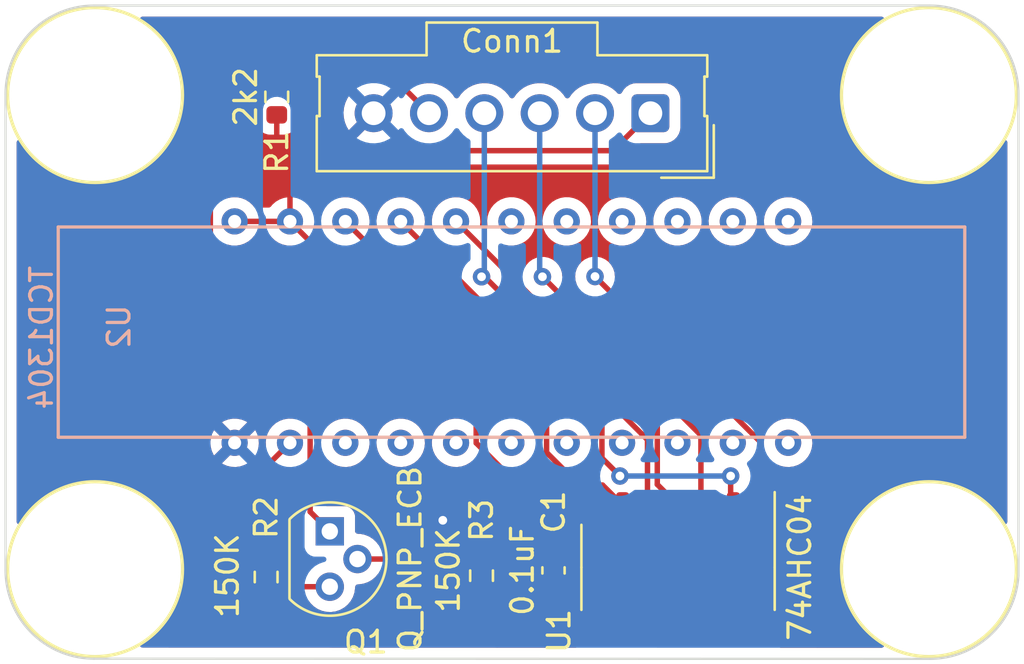
<source format=kicad_pcb>
(kicad_pcb (version 20211014) (generator pcbnew)
  (layers (0 "F.Cu" signal) (31 "B.Cu" signal) (34 "B.Paste" user) (35 "F.Paste" user) (36 "B.SilkS" user "B.Silkscreen") (37 "F.SilkS" user "F.Silkscreen") (38 "B.Mask" user) (39 "F.Mask" user) (44 "Edge.Cuts" user))
  (net 0 "")
  (net 1 "GND")
  (net 2 "+3V3")
  (net 3 "Net-(Conn1-Pad2)")
  (net 4 "Net-(Conn1-Pad3)")
  (net 5 "Net-(Conn1-Pad4)")
  (net 6 "Net-(Conn1-Pad5)")
  (net 7 "Net-(Q1-Pad2)")
  (net 8 "Net-(Q1-Pad3)")
  (net 9 "Net-(R2-Pad1)")
  (net 10 "Net-(U1-Pad2)")
  (net 11 "Net-(U1-Pad4)")
  (net 12 "Net-(U1-Pad6)")
  (footprint "MRDT_Drill_Holes:4_40_Hole_Corner" (layer "F.Cu") (at 93.4607 71.6393 180)
    (fp_text reference "H2" hide)
    (fp_text value "MountingHole" hide)
    (fp_circle (center 4.00812 -4.00812) (end 4.00812 0.00508) (layer "F.SilkS") (width 0.15) (fill none))
    (pad "" np_thru_hole circle locked (at 4.00812 -4.00812 180) (size 2.9464 2.9464) (drill 2.9464) (layers *.Cu *.Mask) (clearance 2.5))
  )
  (footprint "Resistor_SMD:R_0603_1608Metric" (layer "F.Cu") (at 97.79 53.975 -90)
    (fp_text reference "R1" (at 2.54 0 90) (layer "F.SilkS"))
    (fp_text value "2k2" (at 0 1.43 90) (layer "F.SilkS"))
    (fp_line (start -0.237258 0.5225) (end 0.237258 0.5225) (layer "F.SilkS") (width 0.12))
    (fp_line (start -0.237258 -0.5225) (end 0.237258 -0.5225) (layer "F.SilkS") (width 0.12))
    (pad "1" smd roundrect (at -0.825 0 270) (size 0.8 0.95) (layers "F.Cu" "F.Paste" "F.Mask") (net 6 "Net-(Conn1-Pad5)"))
    (pad "2" smd roundrect (at 0.825 0 270) (size 0.8 0.95) (layers "F.Cu" "F.Paste" "F.Mask") (net 2 "+3V3"))
  )
  (footprint "Resistor_SMD:R_0603_1608Metric" (layer "F.Cu") (at 107.188 75.946 90)
    (fp_text reference "R3" (at 2.54 0 90) (layer "F.SilkS"))
    (fp_text value "150K" (at 0.237258 -1.524 90) (layer "F.SilkS"))
    (fp_line (start -0.237258 -0.5225) (end 0.237258 -0.5225) (layer "F.SilkS") (width 0.12))
    (fp_line (start -0.237258 0.5225) (end 0.237258 0.5225) (layer "F.SilkS") (width 0.12))
    (pad "1" smd roundrect (at -0.825 0 90) (size 0.8 0.95) (layers "F.Cu" "F.Paste" "F.Mask") (net 7 "Net-(Q1-Pad2)"))
    (pad "2" smd roundrect (at 0.825 0 90) (size 0.8 0.95) (layers "F.Cu" "F.Paste" "F.Mask") (net 1 "GND"))
  )
  (footprint "Package_TO_SOT_THT:TO-92" (layer "F.Cu") (at 100.224 73.914 -90)
    (fp_text reference "Q1" (at 5.08 -1.651) (layer "F.SilkS"))
    (fp_text value "Q_PNP_ECB" (at 1.27 -3.683 90) (layer "F.SilkS"))
    (fp_line (start -0.53 1.85) (end 3.07 1.85) (layer "F.SilkS") (width 0.12))
    (fp_arc (start -0.568478 1.838478) (mid -1.132087 -0.994977) (end 1.27 -2.6) (layer "F.SilkS") (width 0.12))
    (fp_arc (start 1.27 -2.6) (mid 3.672087 -0.994977) (end 3.108478 1.838478) (layer "F.SilkS") (width 0.12))
    (pad "1" thru_hole rect (at 0 0 270) (size 1.3 1.3) (drill 0.75) (layers *.Cu *.Mask) (net 6 "Net-(Conn1-Pad5)"))
    (pad "2" thru_hole circle (at 1.27 -1.27 270) (size 1.3 1.3) (drill 0.75) (layers *.Cu *.Mask) (net 7 "Net-(Q1-Pad2)"))
    (pad "3" thru_hole circle (at 2.54 0 270) (size 1.3 1.3) (drill 0.75) (layers *.Cu *.Mask) (net 8 "Net-(Q1-Pad3)"))
  )
  (footprint "MRDT_Drill_Holes:4_40_Hole_Corner" (layer "F.Cu") (at 93.4607 57.9007 90)
    (fp_text reference "H4" hide)
    (fp_text value "MountingHole" hide)
    (fp_circle (center 4.00812 -4.00812) (end 4.00812 0.00508) (layer "F.SilkS") (width 0.15) (fill none))
    (pad "" np_thru_hole circle locked (at 4.00812 -4.00812 90) (size 2.9464 2.9464) (drill 2.9464) (layers *.Cu *.Mask) (clearance 2.5))
  )
  (footprint "MRDT_Drill_Holes:4_40_Hole_Corner" (layer "F.Cu") (at 123.7093 57.9007)
    (fp_text reference "H3" hide)
    (fp_text value "MountingHole" hide)
    (fp_circle (center 4.00812 -4.00812) (end 4.00812 0.00508) (layer "F.SilkS") (width 0.15) (fill none))
    (pad "" np_thru_hole circle locked (at 4.00812 -4.00812) (size 2.9464 2.9464) (drill 2.9464) (layers *.Cu *.Mask) (clearance 2.5))
  )
  (footprint "Capacitor_SMD:C_0603_1608Metric" (layer "F.Cu") (at 110.49 75.705 -90)
    (fp_text reference "C1" (at -2.68 0 90) (layer "F.SilkS"))
    (fp_text value "0.1uF" (at 0 1.43 90) (layer "F.SilkS"))
    (fp_line (start -0.14058 0.51) (end 0.14058 0.51) (layer "F.SilkS") (width 0.12))
    (fp_line (start -0.14058 -0.51) (end 0.14058 -0.51) (layer "F.SilkS") (width 0.12))
    (pad "1" smd roundrect (at -0.775 0 270) (size 0.9 0.95) (layers "F.Cu" "F.Paste" "F.Mask") (net 1 "GND"))
    (pad "2" smd roundrect (at 0.775 0 270) (size 0.9 0.95) (layers "F.Cu" "F.Paste" "F.Mask") (net 2 "+3V3"))
  )
  (footprint "Package_SO:SOIC-14_3.9x8.7mm_P1.27mm" (layer "F.Cu") (at 116.205 75.565 -90)
    (fp_text reference "U1" (at 2.921 5.461 -90) (layer "F.SilkS"))
    (fp_text value "74AHC04" (at 0 -5.588 90) (layer "F.SilkS"))
    (fp_line (start 0 -4.435) (end 1.95 -4.435) (layer "F.SilkS") (width 0.12))
    (fp_line (start 0 -4.435) (end -3.45 -4.435) (layer "F.SilkS") (width 0.12))
    (fp_line (start 0 4.435) (end -1.95 4.435) (layer "F.SilkS") (width 0.12))
    (fp_line (start 0 4.435) (end 1.95 4.435) (layer "F.SilkS") (width 0.12))
    (pad "1" smd roundrect (at -2.475 -3.81 270) (size 1.95 0.6) (layers "F.Cu" "F.Paste" "F.Mask") (net 3 "Net-(Conn1-Pad2)"))
    (pad "2" smd roundrect (at -2.475 -2.54 270) (size 1.95 0.6) (layers "F.Cu" "F.Paste" "F.Mask") (net 10 "Net-(U1-Pad2)"))
    (pad "3" smd roundrect (at -2.475 -1.27 270) (size 1.95 0.6) (layers "F.Cu" "F.Paste" "F.Mask") (net 4 "Net-(Conn1-Pad3)"))
    (pad "4" smd roundrect (at -2.475 0 270) (size 1.95 0.6) (layers "F.Cu" "F.Paste" "F.Mask") (net 11 "Net-(U1-Pad4)"))
    (pad "5" smd roundrect (at -2.475 1.27 270) (size 1.95 0.6) (layers "F.Cu" "F.Paste" "F.Mask") (net 5 "Net-(Conn1-Pad4)"))
    (pad "6" smd roundrect (at -2.475 2.54 270) (size 1.95 0.6) (layers "F.Cu" "F.Paste" "F.Mask") (net 12 "Net-(U1-Pad6)"))
    (pad "7" smd roundrect (at -2.475 3.81 270) (size 1.95 0.6) (layers "F.Cu" "F.Paste" "F.Mask") (net 1 "GND"))
    (pad "8" smd roundrect (at 2.475 3.81 270) (size 1.95 0.6) (layers "F.Cu" "F.Paste" "F.Mask"))
    (pad "9" smd roundrect (at 2.475 2.54 270) (size 1.95 0.6) (layers "F.Cu" "F.Paste" "F.Mask") (net 2 "+3V3"))
    (pad "10" smd roundrect (at 2.475 1.27 270) (size 1.95 0.6) (layers "F.Cu" "F.Paste" "F.Mask"))
    (pad "11" smd roundrect (at 2.475 0 270) (size 1.95 0.6) (layers "F.Cu" "F.Paste" "F.Mask") (net 2 "+3V3"))
    (pad "12" smd roundrect (at 2.475 -1.27 270) (size 1.95 0.6) (layers "F.Cu" "F.Paste" "F.Mask"))
    (pad "13" smd roundrect (at 2.475 -2.54 270) (size 1.95 0.6) (layers "F.Cu" "F.Paste" "F.Mask") (net 2 "+3V3"))
    (pad "14" smd roundrect (at 2.475 -3.81 270) (size 1.95 0.6) (layers "F.Cu" "F.Paste" "F.Mask") (net 2 "+3V3"))
  )
  (footprint "Resistor_SMD:R_0603_1608Metric" (layer "F.Cu") (at 97.303 76.009 -90)
    (fp_text reference "R2" (at -2.73 0 90) (layer "F.SilkS"))
    (fp_text value "150K" (at -0.063 1.778 90) (layer "F.SilkS"))
    (fp_line (start -0.237258 -0.5225) (end 0.237258 -0.5225) (layer "F.SilkS") (width 0.12))
    (fp_line (start -0.237258 0.5225) (end 0.237258 0.5225) (layer "F.SilkS") (width 0.12))
    (pad "1" smd roundrect (at -0.825 0 270) (size 0.8 0.95) (layers "F.Cu" "F.Paste" "F.Mask") (net 9 "Net-(R2-Pad1)"))
    (pad "2" smd roundrect (at 0.825 0 270) (size 0.8 0.95) (layers "F.Cu" "F.Paste" "F.Mask") (net 8 "Net-(Q1-Pad3)"))
  )
  (footprint "MRDT_Drill_Holes:4_40_Hole_Corner" (layer "F.Cu") (at 123.7093 71.6393 -90)
    (fp_text reference "H1" hide)
    (fp_text value "MountingHole" hide)
    (fp_circle (center 4.00812 -4.00812) (end 4.00812 0.00508) (layer "F.SilkS") (width 0.15) (fill none))
    (pad "" np_thru_hole circle locked (at 4.00812 -4.00812 270) (size 2.9464 2.9464) (drill 2.9464) (layers *.Cu *.Mask) (clearance 2.5))
  )
  (footprint "Connector_Molex:Molex_SL_171971-0006_1x06_P2.54mm_Vertical" (layer "F.Cu") (at 114.935 54.725 180)
    (fp_text reference "Conn1" (at 6.35 3.302) (layer "F.SilkS"))
    (fp_text value "Molex_SL_06")
    (fp_line (start 10.27 4.16) (end 10.27 2.66) (layer "F.SilkS") (width 0.12))
    (fp_line (start 2.43 4.16) (end 10.27 4.16) (layer "F.SilkS") (width 0.12))
    (fp_line (start 2.43 2.66) (end 2.43 4.16) (layer "F.SilkS") (width 0.12))
    (fp_line (start 15.31 -2.66) (end -2.61 -2.66) (layer "F.SilkS") (width 0.12))
    (fp_line (start -2.61 -0.13) (end -2.48 -0.13) (layer "F.SilkS") (width 0.12))
    (fp_line (start -2.48 -0.13) (end -2.48 1.68) (layer "F.SilkS") (width 0.12))
    (fp_line (start 15.18 1.68) (end 15.18 -0.13) (layer "F.SilkS") (width 0.12))
    (fp_line (start -2.61 2.66) (end 2.43 2.66) (layer "F.SilkS") (width 0.12))
    (fp_line (start 10.27 2.66) (end 15.31 2.66) (layer "F.SilkS") (width 0.12))
    (fp_line (start 15.31 1.68) (end 15.18 1.68) (layer "F.SilkS") (width 0.12))
    (fp_line (start -2.91 -0.55) (end -2.91 -2.96) (layer "F.SilkS") (width 0.12))
    (fp_line (start -2.91 -2.96) (end -0.5 -2.96) (layer "F.SilkS") (width 0.12))
    (fp_line (start -2.61 -2.66) (end -2.61 -0.13) (layer "F.SilkS") (width 0.12))
    (fp_line (start -2.61 1.68) (end -2.61 2.66) (layer "F.SilkS") (width 0.12))
    (fp_line (start 15.31 2.66) (end 15.31 1.68) (layer "F.SilkS") (width 0.12))
    (fp_line (start -2.48 1.68) (end -2.61 1.68) (layer "F.SilkS") (width 0.12))
    (fp_line (start 15.31 -0.13) (end 15.31 -2.66) (layer "F.SilkS") (width 0.12))
    (fp_line (start 15.18 -0.13) (end 15.31 -0.13) (layer "F.SilkS") (width 0.12))
    (pad "1" thru_hole roundrect (at 0 0 180) (size 1.74 1.74) (drill 1.09) (layers *.Cu *.Mask) (roundrect_rratio 0.143678) (net 2 "+3V3"))
    (pad "2" thru_hole circle (at 2.54 0 180) (size 1.74 1.74) (drill 1.09) (layers *.Cu *.Mask) (net 3 "Net-(Conn1-Pad2)"))
    (pad "3" thru_hole circle (at 5.08 0 180) (size 1.74 1.74) (drill 1.09) (layers *.Cu *.Mask) (net 4 "Net-(Conn1-Pad3)"))
    (pad "4" thru_hole circle (at 7.62 0 180) (size 1.74 1.74) (drill 1.09) (layers *.Cu *.Mask) (net 5 "Net-(Conn1-Pad4)"))
    (pad "5" thru_hole circle (at 10.16 0 180) (size 1.74 1.74) (drill 1.09) (layers *.Cu *.Mask) (net 6 "Net-(Conn1-Pad5)"))
    (pad "6" thru_hole circle (at 12.7 0 180) (size 1.74 1.74) (drill 1.09) (layers *.Cu *.Mask) (net 1 "GND"))
  )
  (footprint "MRDT_Sensors:TCD-1304" (layer "B.Cu") (at 95.885 59.691 -90)
    (fp_text reference "U2" (at 4.826 5.334 90) (layer "B.SilkS") (effects (justify mirror)))
    (fp_text value "TCD1304" (at 5.334 8.89 90) (layer "B.SilkS") (effects (justify mirror)))
    (fp_line (start 0.254 8.1228) (end 9.904 8.1228) (layer "B.SilkS") (width 0.15))
    (fp_line (start 0.254 -33.4772) (end 9.904 -33.4772) (layer "B.SilkS") (width 0.15))
    (fp_line (start 0.254 -33.4772) (end 0.254 8.1228) (layer "B.SilkS") (width 0.15))
    (fp_line (start 9.904 -33.4772) (end 9.904 8.1228) (layer "B.SilkS") (width 0.15))
    (pad "1" thru_hole circle locked (at -0.001 0.028 270) (size 1.2 1.2) (drill 0.6) (layers *.Cu *.Mask) (net 2 "+3V3"))
    (pad "2" thru_hole circle locked (at -0.001 -2.512 270) (size 1.2 1.2) (drill 0.6) (layers *.Cu *.Mask) (net 2 "+3V3"))
    (pad "3" thru_hole circle locked (at -0.001 -5.052 270) (size 1.2 1.2) (drill 0.6) (layers *.Cu *.Mask) (net 12 "Net-(U1-Pad6)"))
    (pad "4" thru_hole circle locked (at -0.001 -7.592 270) (size 1.2 1.2) (drill 0.6) (layers *.Cu *.Mask) (net 10 "Net-(U1-Pad2)"))
    (pad "5" thru_hole circle locked (at -0.001 -10.132 270) (size 1.2 1.2) (drill 0.6) (layers *.Cu *.Mask) (net 11 "Net-(U1-Pad4)"))
    (pad "6" thru_hole circle locked (at -0.001 -12.672 270) (size 1.2 1.2) (drill 0.6) (layers *.Cu *.Mask))
    (pad "7" thru_hole circle locked (at -0.001 -15.212 270) (size 1.2 1.2) (drill 0.6) (layers *.Cu *.Mask))
    (pad "8" thru_hole circle locked (at -0.001 -17.752 270) (size 1.2 1.2) (drill 0.6) (layers *.Cu *.Mask))
    (pad "9" thru_hole circle locked (at -0.001 -20.292 270) (size 1.2 1.2) (drill 0.6) (layers *.Cu *.Mask))
    (pad "10" thru_hole circle locked (at -0.001 -22.832 270) (size 1.2 1.2) (drill 0.6) (layers *.Cu *.Mask))
    (pad "11" thru_hole circle locked (at -0.001 -25.372 270) (size 1.2 1.2) (drill 0.6) (layers *.Cu *.Mask))
    (pad "12" thru_hole circle locked (at 10.159 -25.372 270) (size 1.2 1.2) (drill 0.6) (layers *.Cu *.Mask))
    (pad "13" thru_hole circle locked (at 10.159 -22.832 270) (size 1.2 1.2) (drill 0.6) (layers *.Cu *.Mask))
    (pad "14" thru_hole circle locked (at 10.159 -20.292 270) (size 1.2 1.2) (drill 0.6) (layers *.Cu *.Mask))
    (pad "15" thru_hole circle locked (at 10.159 -17.752 270) (size 1.2 1.2) (drill 0.6) (layers *.Cu *.Mask))
    (pad "16" thru_hole circle locked (at 10.159 -15.212 270) (size 1.2 1.2) (drill 0.6) (layers *.Cu *.Mask))
    (pad "17" thru_hole circle locked (at 10.159 -12.672 270) (size 1.2 1.2) (drill 0.6) (layers *.Cu *.Mask))
    (pad "18" thru_hole circle locked (at 10.159 -10.132 270) (size 1.2 1.2) (drill 0.6) (layers *.Cu *.Mask))
    (pad "19" thru_hole circle locked (at 10.159 -7.592 270) (size 1.2 1.2) (drill 0.6) (layers *.Cu *.Mask))
    (pad "20" thru_hole circle locked (at 10.159 -5.052 270) (size 1.2 1.2) (drill 0.6) (layers *.Cu *.Mask))
    (pad "21" thru_hole circle locked (at 10.159 -2.512 270) (size 1.2 1.2) (drill 0.6) (layers *.Cu *.Mask) (net 9 "Net-(R2-Pad1)"))
    (pad "22" thru_hole circle locked (at 10.159 0.028 270) (size 1.2 1.2) (drill 0.6) (layers *.Cu *.Mask) (net 1 "GND"))
  )
  (gr_line (start 131.825999 75.946) (end 131.826 53.848) (layer "Edge.Cuts") (width 0.1))
  (gr_arc (start 89.408 79.756) (mid 86.534318 78.565682) (end 85.344 75.692) (layer "Edge.Cuts") (width 0.1))
  (gr_arc (start 127.762 49.784) (mid 130.635682 50.974318) (end 131.826 53.848) (layer "Edge.Cuts") (width 0.1))
  (gr_arc (start 131.825999 75.946) (mid 130.55004 78.659733) (end 127.762 79.763929) (layer "Edge.Cuts") (width 0.1))
  (gr_line (start 127.762 79.763929) (end 89.408 79.756) (layer "Edge.Cuts") (width 0.1))
  (gr_line (start 85.344 75.692) (end 85.344 53.848) (layer "Edge.Cuts") (width 0.1))
  (gr_line (start 89.408 49.784) (end 127.762 49.784) (layer "Edge.Cuts") (width 0.1))
  (gr_arc (start 85.344 53.848) (mid 86.534318 50.974318) (end 89.408 49.784) (layer "Edge.Cuts") (width 0.1))
  (via (at 105.41 73.406) (size 0.8) (drill 0.4) (layers "F.Cu" "B.Cu") (net 1))
  (segment (start 116.205 78.04) (end 116.205 77.663249) (width 0.25) (layer "F.Cu") (net 2))
  (segment (start 118.455 76.48) (end 117.561751 76.48) (width 0.25) (layer "F.Cu") (net 2))
  (segment (start 108.966 75.184) (end 108.966 71.882) (width 0.25) (layer "F.Cu") (net 2))
  (segment (start 101.643278 56.443722) (end 98.397 56.443722) (width 0.25) (layer "F.Cu") (net 2))
  (segment (start 118.745 77.663249) (end 117.561751 76.48) (width 0.25) (layer "F.Cu") (net 2))
  (segment (start 118.745 78.04) (end 118.745 77.663249) (width 0.25) (layer "F.Cu") (net 2))
  (segment (start 113.216278 56.443722) (end 101.643278 56.443722) (width 0.25) (layer "F.Cu") (net 2))
  (segment (start 106.942 68.235) (end 106.942 69.858) (width 0.25) (layer "F.Cu") (net 2))
  (segment (start 108.966 71.882) (end 106.942 69.858) (width 0.25) (layer "F.Cu") (net 2))
  (segment (start 98.397 59.69) (end 106.942 68.235) (width 0.25) (layer "F.Cu") (net 2))
  (segment (start 120.015 78.04) (end 118.455 76.48) (width 0.25) (layer "F.Cu") (net 2))
  (segment (start 116.205 77.663249) (end 115.021751 76.48) (width 0.25) (layer "F.Cu") (net 2))
  (segment (start 113.665 77.663249) (end 112.481751 76.48) (width 0.25) (layer "F.Cu") (net 2))
  (segment (start 113.665 78.04) (end 113.665 77.663249) (width 0.25) (layer "F.Cu") (net 2))
  (segment (start 114.935 54.725) (end 113.216278 56.443722) (width 0.25) (layer "F.Cu") (net 2))
  (segment (start 112.481751 76.48) (end 110.49 76.48) (width 0.25) (layer "F.Cu") (net 2))
  (segment (start 95.857 59.69) (end 98.397 59.69) (width 0.25) (layer "F.Cu") (net 2))
  (segment (start 115.021751 76.48) (end 112.481751 76.48) (width 0.25) (layer "F.Cu") (net 2))
  (segment (start 110.262 76.48) (end 108.966 75.184) (width 0.25) (layer "F.Cu") (net 2))
  (segment (start 97.79 54.8) (end 97.79 55.88) (width 0.25) (layer "F.Cu") (net 2))
  (segment (start 110.49 76.48) (end 110.262 76.48) (width 0.25) (layer "F.Cu") (net 2))
  (segment (start 98.397 56.443722) (end 98.397 59.69) (width 0.25) (layer "F.Cu") (net 2))
  (segment (start 97.79 55.88) (end 98.353722 56.443722) (width 0.25) (layer "F.Cu") (net 2))
  (segment (start 117.561751 76.48) (end 115.021751 76.48) (width 0.25) (layer "F.Cu") (net 2))
  (segment (start 98.353722 56.443722) (end 101.643278 56.443722) (width 0.25) (layer "F.Cu") (net 2))
  (segment (start 120.015 73.09) (end 120.015 69.839852) (width 0.25) (layer "F.Cu") (net 3))
  (segment (start 120.015 69.839852) (end 112.395 62.219852) (width 0.25) (layer "F.Cu") (net 3))
  (via (at 112.395 62.219852) (size 0.8) (drill 0.4) (layers "F.Cu" "B.Cu") (net 3))
  (segment (start 112.395 54.725) (end 112.395 62.219852) (width 0.25) (layer "B.Cu") (net 3))
  (segment (start 117.25412 69.50212) (end 117.25412 72.86912) (width 0.25) (layer "F.Cu") (net 4))
  (segment (start 109.982 62.23) (end 117.25412 69.50212) (width 0.25) (layer "F.Cu") (net 4))
  (segment (start 117.25412 72.86912) (end 117.475 73.09) (width 0.25) (layer "F.Cu") (net 4))
  (via (at 109.982 62.23) (size 0.8) (drill 0.4) (layers "F.Cu" "B.Cu") (net 4))
  (segment (start 109.855 54.725) (end 109.855 62.23) (width 0.25) (layer "B.Cu") (net 4))
  (segment (start 109.855 62.23) (end 109.982 62.23) (width 0.25) (layer "B.Cu") (net 4))
  (segment (start 107.188 62.23) (end 107.325148 62.23) (width 0.25) (layer "F.Cu") (net 5))
  (segment (start 114.802 69.706852) (end 114.802 72.957) (width 0.25) (layer "F.Cu") (net 5))
  (segment (start 114.802 72.957) (end 114.935 73.09) (width 0.25) (layer "F.Cu") (net 5))
  (segment (start 107.325148 62.23) (end 114.802 69.706852) (width 0.25) (layer "F.Cu") (net 5))
  (via (at 107.188 62.23) (size 0.8) (drill 0.4) (layers "F.Cu" "B.Cu") (net 5))
  (segment (start 107.198148 62.219852) (end 107.188 62.23) (width 0.25) (layer "B.Cu") (net 5))
  (segment (start 107.315 54.725) (end 107.315 62.219852) (width 0.25) (layer "B.Cu") (net 5))
  (segment (start 107.315 62.219852) (end 107.198148 62.219852) (width 0.25) (layer "B.Cu") (net 5))
  (segment (start 99.322 73.012) (end 99.322 67.3815) (width 0.25) (layer "F.Cu") (net 6))
  (segment (start 94.742 55.88) (end 97.472 53.15) (width 0.25) (layer "F.Cu") (net 6))
  (segment (start 103.2 53.15) (end 104.775 54.725) (width 0.25) (layer "F.Cu") (net 6))
  (segment (start 94.742 62.8015) (end 94.742 55.88) (width 0.25) (layer "F.Cu") (net 6))
  (segment (start 97.472 53.15) (end 97.79 53.15) (width 0.25) (layer "F.Cu") (net 6))
  (segment (start 100.224 73.914) (end 99.322 73.012) (width 0.25) (layer "F.Cu") (net 6))
  (segment (start 99.322 67.3815) (end 94.742 62.8015) (width 0.25) (layer "F.Cu") (net 6))
  (segment (start 97.79 53.15) (end 103.2 53.15) (width 0.25) (layer "F.Cu") (net 6))
  (segment (start 107.188 76.771) (end 105.601 75.184) (width 0.25) (layer "F.Cu") (net 7))
  (segment (start 105.601 75.184) (end 101.494 75.184) (width 0.25) (layer "F.Cu") (net 7))
  (segment (start 97.683 76.454) (end 97.303 76.834) (width 0.25) (layer "F.Cu") (net 8))
  (segment (start 100.224 76.454) (end 97.683 76.454) (width 0.25) (layer "F.Cu") (net 8))
  (segment (start 97.155 71.092) (end 97.155 74.93) (width 0.25) (layer "F.Cu") (net 9))
  (segment (start 98.397 69.85) (end 97.155 71.092) (width 0.25) (layer "F.Cu") (net 9))
  (segment (start 112.712 70.548) (end 113.538 71.374) (width 0.25) (layer "F.Cu") (net 10))
  (segment (start 112.712 68.925) (end 112.712 70.548) (width 0.25) (layer "F.Cu") (net 10))
  (segment (start 118.618 71.374) (end 118.618 72.963) (width 0.25) (layer "F.Cu") (net 10))
  (segment (start 118.745 72.39) (end 118.745 73.09) (width 0.25) (layer "F.Cu") (net 10))
  (segment (start 118.618 72.963) (end 118.745 73.09) (width 0.25) (layer "F.Cu") (net 10))
  (segment (start 103.477 59.69) (end 112.712 68.925) (width 0.25) (layer "F.Cu") (net 10))
  (via (at 118.618 71.374) (size 0.8) (drill 0.4) (layers "F.Cu" "B.Cu") (net 10))
  (via (at 113.538 71.374) (size 0.8) (drill 0.4) (layers "F.Cu" "B.Cu") (net 10))
  (segment (start 113.538 71.374) (end 118.618 71.374) (width 0.25) (layer "B.Cu") (net 10))
  (segment (start 106.017 59.69) (end 115.252 68.925) (width 0.25) (layer "F.Cu") (net 11))
  (segment (start 115.252 68.925) (end 115.252 71.760249) (width 0.25) (layer "F.Cu") (net 11))
  (segment (start 115.252 71.760249) (end 116.205 72.713249) (width 0.25) (layer "F.Cu") (net 11))
  (segment (start 116.205 72.713249) (end 116.205 73.09) (width 0.25) (layer "F.Cu") (net 11))
  (segment (start 111.668 71.79) (end 112.741751 71.79) (width 0.25) (layer "F.Cu") (net 12))
  (segment (start 113.665 72.713249) (end 113.665 73.09) (width 0.25) (layer "F.Cu") (net 12))
  (segment (start 100.937 59.69) (end 110.172 68.925) (width 0.25) (layer "F.Cu") (net 12))
  (segment (start 112.741751 71.79) (end 113.665 72.713249) (width 0.25) (layer "F.Cu") (net 12))
  (segment (start 110.172 70.294) (end 111.668 71.79) (width 0.25) (layer "F.Cu") (net 12))
  (segment (start 110.172 68.925) (end 110.172 70.294) (width 0.25) (layer "F.Cu") (net 12))
  (segment (start 100.937 59.69) (end 100.965 59.69) (width 0.25) (layer "F.Cu") (net 12))
  (zone (net 1) (net_name "GND") (layers F&B.Cu) (connect_pads (clearance 0.508)) (min_thickness 0.254) (fill yes (thermal_gap 0.508) (thermal_bridge_width 0.508))
    (polygon (pts (xy 132.08 80.01) (xy 85.09 80.01) (xy 85.09 49.53) (xy 132.08 49.53)))
  )
)
</source>
